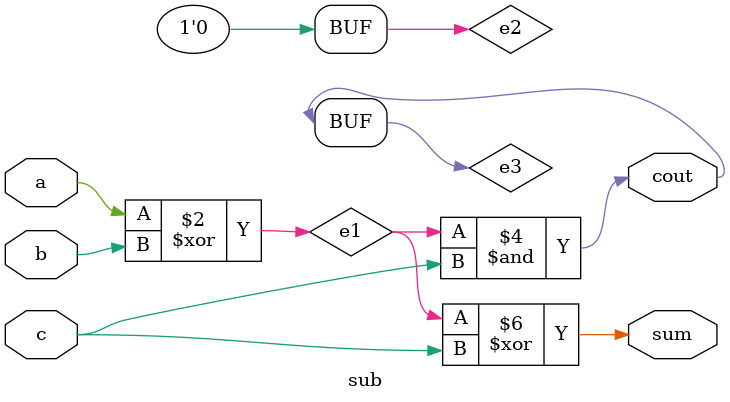
<source format=v>
`timescale 1ns/1ns
module sub(a, b, c, cout, sum);


    input a, b, c;
    output cout, sum;
    wire e1, e2, e3;
	assign b =~b ;
	
    assign e1 = a ^ b ;
    assign e2 = a & b ;
    assign e3 = e1 & c ;
    assign cout = e2 | e3 ;
    assign sum = e1 ^ c ;


endmodule
</source>
